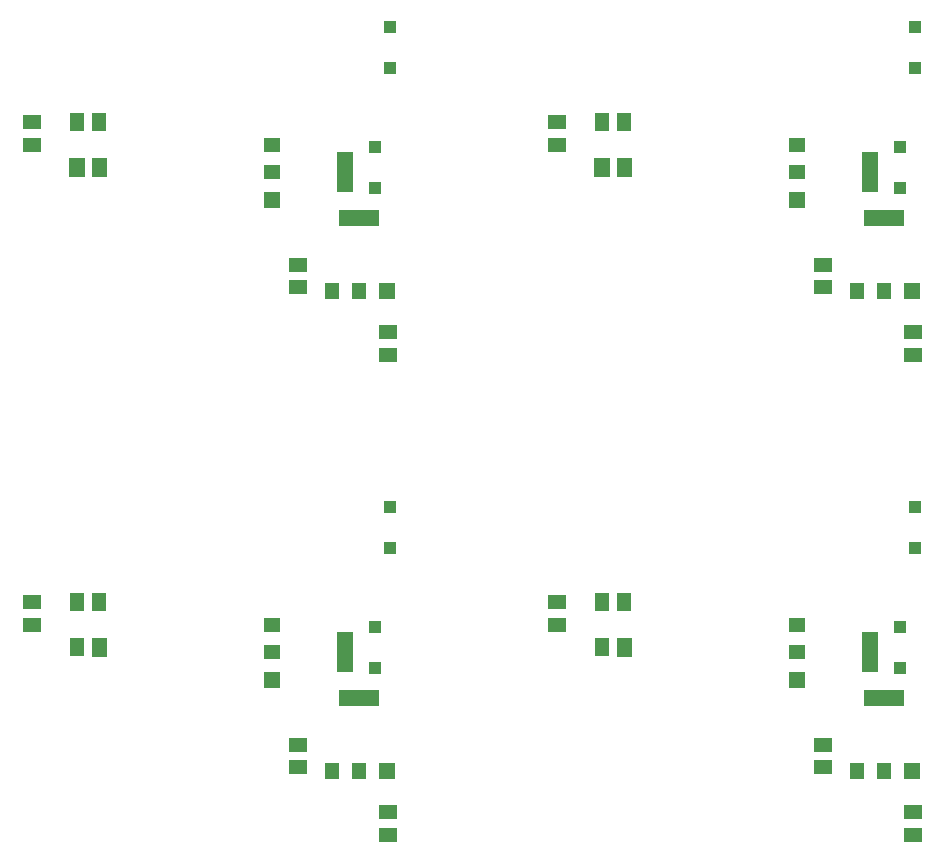
<source format=gbr>
%FSLAX34Y34*%
%MOMM*%
%LNSMDMASK_TOP*%
G71*
G01*
%ADD10R, 1.600X1.300*%
%ADD11R, 1.400X1.200*%
%ADD12R, 1.400X3.500*%
%ADD13R, 1.020X1.000*%
%ADD14R, 1.300X1.600*%
%ADD15R, 1.200X1.400*%
%ADD16R, 3.500X1.400*%
%LPD*%
X19050Y-98425D02*
G54D10*
D03*
X19050Y-117425D02*
G54D10*
D03*
X19050Y-117475D02*
G54D10*
D03*
X222250Y-117475D02*
G54D11*
D03*
X222250Y-140475D02*
G54D11*
D03*
X222250Y-163475D02*
G54D11*
D03*
X284250Y-140475D02*
G54D12*
D03*
X322356Y-17394D02*
G54D13*
D03*
X322356Y-52294D02*
G54D13*
D03*
X57150Y-98425D02*
G54D14*
D03*
X76150Y-98425D02*
G54D14*
D03*
X320675Y-276225D02*
G54D10*
D03*
X320675Y-295225D02*
G54D10*
D03*
X57150Y-136525D02*
G54D14*
D03*
G36*
X69650Y-128525D02*
X82650Y-128525D01*
X82650Y-144525D01*
X69650Y-144525D01*
X69650Y-128525D01*
G37*
X309656Y-118994D02*
G54D13*
D03*
X309656Y-153894D02*
G54D13*
D03*
X273050Y-241300D02*
G54D15*
D03*
X296050Y-241300D02*
G54D15*
D03*
X319050Y-241300D02*
G54D15*
D03*
X296050Y-179300D02*
G54D16*
D03*
X244450Y-219100D02*
G54D10*
D03*
X244450Y-238100D02*
G54D10*
D03*
X244475Y-219075D02*
G54D10*
D03*
G36*
X50650Y-128525D02*
X63650Y-128525D01*
X63650Y-144525D01*
X50650Y-144525D01*
X50650Y-128525D01*
G37*
X320675Y-241300D02*
G54D15*
D03*
X222250Y-165100D02*
G54D11*
D03*
X463550Y-98425D02*
G54D10*
D03*
X463550Y-117425D02*
G54D10*
D03*
X463550Y-117475D02*
G54D10*
D03*
X666750Y-117475D02*
G54D11*
D03*
X666750Y-140475D02*
G54D11*
D03*
X666750Y-163475D02*
G54D11*
D03*
X728750Y-140475D02*
G54D12*
D03*
X766856Y-17394D02*
G54D13*
D03*
X766856Y-52294D02*
G54D13*
D03*
X501650Y-98425D02*
G54D14*
D03*
X520650Y-98425D02*
G54D14*
D03*
X765175Y-276225D02*
G54D10*
D03*
X765175Y-295225D02*
G54D10*
D03*
X501650Y-136525D02*
G54D14*
D03*
G36*
X514150Y-128525D02*
X527150Y-128525D01*
X527150Y-144525D01*
X514150Y-144525D01*
X514150Y-128525D01*
G37*
X754156Y-118994D02*
G54D13*
D03*
X754156Y-153894D02*
G54D13*
D03*
X717550Y-241300D02*
G54D15*
D03*
X740550Y-241300D02*
G54D15*
D03*
X763550Y-241300D02*
G54D15*
D03*
X740550Y-179300D02*
G54D16*
D03*
X688950Y-219100D02*
G54D10*
D03*
X688950Y-238100D02*
G54D10*
D03*
X688975Y-219075D02*
G54D10*
D03*
G36*
X495150Y-128525D02*
X508150Y-128525D01*
X508150Y-144525D01*
X495150Y-144525D01*
X495150Y-128525D01*
G37*
X765175Y-241300D02*
G54D15*
D03*
X666750Y-165100D02*
G54D11*
D03*
X19050Y-504825D02*
G54D10*
D03*
X19050Y-523825D02*
G54D10*
D03*
X19050Y-523875D02*
G54D10*
D03*
X222250Y-523875D02*
G54D11*
D03*
X222250Y-546875D02*
G54D11*
D03*
X222250Y-569875D02*
G54D11*
D03*
X284250Y-546875D02*
G54D12*
D03*
X322356Y-423794D02*
G54D13*
D03*
X322356Y-458694D02*
G54D13*
D03*
X57150Y-504825D02*
G54D14*
D03*
X76150Y-504825D02*
G54D14*
D03*
X320675Y-682625D02*
G54D10*
D03*
X320675Y-701625D02*
G54D10*
D03*
X57150Y-542925D02*
G54D14*
D03*
G36*
X69650Y-534925D02*
X82650Y-534925D01*
X82650Y-550925D01*
X69650Y-550925D01*
X69650Y-534925D01*
G37*
X309656Y-525394D02*
G54D13*
D03*
X309656Y-560294D02*
G54D13*
D03*
X273050Y-647700D02*
G54D15*
D03*
X296050Y-647700D02*
G54D15*
D03*
X319050Y-647700D02*
G54D15*
D03*
X296050Y-585700D02*
G54D16*
D03*
X244450Y-625500D02*
G54D10*
D03*
X244450Y-644500D02*
G54D10*
D03*
X244475Y-625475D02*
G54D10*
D03*
X57150Y-542925D02*
G54D14*
D03*
X320675Y-647700D02*
G54D15*
D03*
X222250Y-571500D02*
G54D11*
D03*
X463550Y-504825D02*
G54D10*
D03*
X463550Y-523825D02*
G54D10*
D03*
X463550Y-523875D02*
G54D10*
D03*
X666750Y-523875D02*
G54D11*
D03*
X666750Y-546875D02*
G54D11*
D03*
X666750Y-569875D02*
G54D11*
D03*
X728750Y-546875D02*
G54D12*
D03*
X766856Y-423794D02*
G54D13*
D03*
X766856Y-458694D02*
G54D13*
D03*
X501650Y-504825D02*
G54D14*
D03*
X520650Y-504825D02*
G54D14*
D03*
X765175Y-682625D02*
G54D10*
D03*
X765175Y-701625D02*
G54D10*
D03*
X501650Y-542925D02*
G54D14*
D03*
G36*
X514150Y-534925D02*
X527150Y-534925D01*
X527150Y-550925D01*
X514150Y-550925D01*
X514150Y-534925D01*
G37*
X754156Y-525394D02*
G54D13*
D03*
X754156Y-560294D02*
G54D13*
D03*
X717550Y-647700D02*
G54D15*
D03*
X740550Y-647700D02*
G54D15*
D03*
X763550Y-647700D02*
G54D15*
D03*
X740550Y-585700D02*
G54D16*
D03*
X688950Y-625500D02*
G54D10*
D03*
X688950Y-644500D02*
G54D10*
D03*
X688975Y-625475D02*
G54D10*
D03*
X501650Y-542925D02*
G54D14*
D03*
X765175Y-647700D02*
G54D15*
D03*
X666750Y-571500D02*
G54D11*
D03*
M02*

</source>
